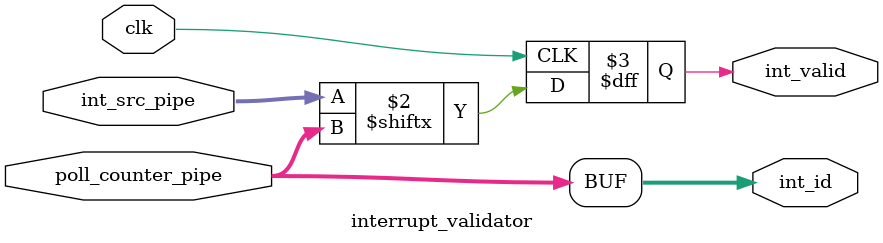
<source format=sv>
module int_ctrl_polling #(
    parameter CNT_W = 3
)(
    input  wire                clk,
    input  wire                enable,
    input  wire [2**CNT_W-1:0] int_src,
    output wire                int_valid,
    output wire [CNT_W-1:0]    int_id
);
    wire [CNT_W-1:0] poll_counter;
    wire [CNT_W-1:0] poll_counter_pipe;
    wire [2**CNT_W-1:0] int_src_pipe;
    
    // Counter management module instance
    counter_manager #(
        .CNT_W(CNT_W)
    ) counter_inst (
        .clk(clk),
        .enable(enable),
        .int_src(int_src),
        .poll_counter(poll_counter),
        .poll_counter_pipe(poll_counter_pipe),
        .int_src_pipe(int_src_pipe)
    );
    
    // Interrupt validation module instance
    interrupt_validator #(
        .CNT_W(CNT_W)
    ) validator_inst (
        .clk(clk),
        .poll_counter_pipe(poll_counter_pipe),
        .int_src_pipe(int_src_pipe),
        .int_valid(int_valid),
        .int_id(int_id)
    );
endmodule

// Counter management module
module counter_manager #(
    parameter CNT_W = 3
)(
    input  wire                clk,
    input  wire                enable,
    input  wire [2**CNT_W-1:0] int_src,
    output reg  [CNT_W-1:0]    poll_counter,
    output reg  [CNT_W-1:0]    poll_counter_pipe,
    output reg  [2**CNT_W-1:0] int_src_pipe
);
    // Counter control logic
    always @(posedge clk) begin
        if (!enable) begin
            // Hold counter value when polling is disabled
            poll_counter <= poll_counter;
        end else begin
            // Always increment counter regardless of interrupt state
            poll_counter <= poll_counter + 1'b1;
        end
        
        // Pipeline registers
        poll_counter_pipe <= poll_counter;
        int_src_pipe <= int_src;
    end
endmodule

// Interrupt validation module
module interrupt_validator #(
    parameter CNT_W = 3
)(
    input  wire                clk,
    input  wire [CNT_W-1:0]    poll_counter_pipe,
    input  wire [2**CNT_W-1:0] int_src_pipe,
    output reg                 int_valid,
    output wire [CNT_W-1:0]    int_id
);
    // Interrupt validation logic
    always @(posedge clk) begin
        int_valid <= int_src_pipe[poll_counter_pipe];
    end
    
    // Dedicated output assignment
    assign int_id = poll_counter_pipe;
endmodule
</source>
